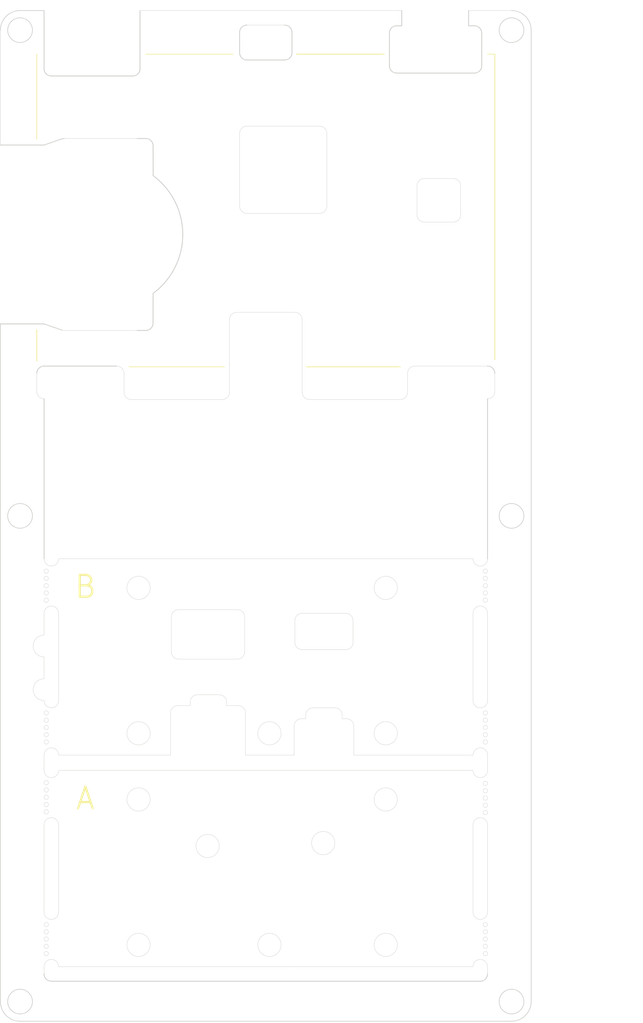
<source format=kicad_pcb>
(kicad_pcb
	(version 20241229)
	(generator "pcbnew")
	(generator_version "9.0")
	(general
		(thickness 1.6)
		(legacy_teardrops no)
	)
	(paper "A4")
	(layers
		(0 "F.Cu" signal)
		(2 "B.Cu" signal)
		(9 "F.Adhes" user "F.Adhesive")
		(11 "B.Adhes" user "B.Adhesive")
		(13 "F.Paste" user)
		(15 "B.Paste" user)
		(5 "F.SilkS" user "F.Silkscreen")
		(7 "B.SilkS" user "B.Silkscreen")
		(1 "F.Mask" user)
		(3 "B.Mask" user)
		(17 "Dwgs.User" user "User.Drawings")
		(19 "Cmts.User" user "User.Comments")
		(21 "Eco1.User" user "User.Eco1")
		(23 "Eco2.User" user "User.Eco2")
		(25 "Edge.Cuts" user)
		(27 "Margin" user)
		(31 "F.CrtYd" user "F.Courtyard")
		(29 "B.CrtYd" user "B.Courtyard")
		(35 "F.Fab" user)
		(33 "B.Fab" user)
		(39 "User.1" user)
		(41 "User.2" user)
		(43 "User.3" user)
		(45 "User.4" user)
	)
	(setup
		(pad_to_mask_clearance 0)
		(allow_soldermask_bridges_in_footprints no)
		(tenting front back)
		(pcbplotparams
			(layerselection 0x00000000_00000000_55555555_5755f5ff)
			(plot_on_all_layers_selection 0x00000000_00000000_00000000_00000000)
			(disableapertmacros no)
			(usegerberextensions no)
			(usegerberattributes yes)
			(usegerberadvancedattributes yes)
			(creategerberjobfile yes)
			(dashed_line_dash_ratio 12.000000)
			(dashed_line_gap_ratio 3.000000)
			(svgprecision 4)
			(plotframeref no)
			(mode 1)
			(useauxorigin no)
			(hpglpennumber 1)
			(hpglpenspeed 20)
			(hpglpendiameter 15.000000)
			(pdf_front_fp_property_popups yes)
			(pdf_back_fp_property_popups yes)
			(pdf_metadata yes)
			(pdf_single_document no)
			(dxfpolygonmode yes)
			(dxfimperialunits yes)
			(dxfusepcbnewfont yes)
			(psnegative no)
			(psa4output no)
			(plot_black_and_white yes)
			(sketchpadsonfab no)
			(plotpadnumbers no)
			(hidednponfab no)
			(sketchdnponfab yes)
			(crossoutdnponfab yes)
			(subtractmaskfromsilk no)
			(outputformat 1)
			(mirror no)
			(drillshape 1)
			(scaleselection 1)
			(outputdirectory "")
		)
	)
	(net 0 "")
	(gr_line
		(start 95 89)
		(end 82.1 89)
		(stroke
			(width 0.12)
			(type default)
		)
		(layer "F.SilkS")
		(uuid "1bc3abfd-021e-4067-8fac-0188a8ebf9af")
	)
	(gr_line
		(start 57.7 89)
		(end 70.8 89)
		(stroke
			(width 0.1)
			(type default)
		)
		(layer "F.SilkS")
		(uuid "416519e2-4020-4337-801b-efb0295b999e")
	)
	(gr_line
		(start 108 46)
		(end 108 88)
		(stroke
			(width 0.12)
			(type default)
		)
		(layer "F.SilkS")
		(uuid "549310a0-ff7e-46a2-a7ee-2c2aea5d7028")
	)
	(gr_line
		(start 45 46)
		(end 45 57.7)
		(stroke
			(width 0.1)
			(type default)
		)
		(layer "F.SilkS")
		(uuid "7d7221f7-fa46-4fd4-a710-11c82856c194")
	)
	(gr_line
		(start 45 88.2)
		(end 45 83.9)
		(stroke
			(width 0.12)
			(type default)
		)
		(layer "F.SilkS")
		(uuid "c7458ddd-0864-421e-a747-75f8c533dcf4")
	)
	(gr_line
		(start 80.7 46)
		(end 92.8 46)
		(stroke
			(width 0.12)
			(type default)
		)
		(layer "F.SilkS")
		(uuid "cfc4c67e-99c7-4800-892b-8c6ec6e698d0")
	)
	(gr_line
		(start 108 46)
		(end 107 46)
		(stroke
			(width 0.1)
			(type default)
		)
		(layer "F.SilkS")
		(uuid "de49624c-f575-4140-aa01-f4194fe8d629")
	)
	(gr_line
		(start 60 46)
		(end 72 46)
		(stroke
			(width 0.1)
			(type default)
		)
		(layer "F.SilkS")
		(uuid "f81ba50a-26b8-4d2d-8c7e-45949ef8e522")
	)
	(gr_line
		(start 48 152)
		(end 48 164)
		(stroke
			(width 0.05)
			(type default)
		)
		(layer "Edge.Cuts")
		(uuid "01a233bb-14bf-4230-a09f-36fe78aea5c6")
	)
	(gr_arc
		(start 42.7 179)
		(mid 40.790812 178.209188)
		(end 40 176.3)
		(stroke
			(width 0.1)
			(type default)
		)
		(layer "Edge.Cuts")
		(uuid "0576b707-f19f-4114-88a2-6c9408b56b76")
	)
	(gr_arc
		(start 84.9 66.9)
		(mid 84.607107 67.607107)
		(end 83.9 67.9)
		(stroke
			(width 0.05)
			(type default)
		)
		(layer "Edge.Cuts")
		(uuid "05a04562-578c-47d1-86c8-29df245a8d6d")
	)
	(gr_line
		(start 87.499993 127.899993)
		(end 81.500008 127.899992)
		(stroke
			(width 0.05)
			(type default)
		)
		(layer "Edge.Cuts")
		(uuid "067ad33a-3955-4907-82de-85d09c86be6b")
	)
	(gr_line
		(start 67.100001 134.100001)
		(end 70.099999 134.100001)
		(stroke
			(width 0.05)
			(type default)
		)
		(layer "Edge.Cuts")
		(uuid "0687660c-9545-4150-91ff-acf757fcd7a9")
	)
	(gr_circle
		(center 46.3 169.7)
		(end 46.3 169.4)
		(stroke
			(width 0.05)
			(type default)
		)
		(fill no)
		(layer "Edge.Cuts")
		(uuid "07a9e8c9-9030-4e99-8b32-21e895cf1745")
	)
	(gr_circle
		(center 106.7 136.6)
		(end 106.7 136.3)
		(stroke
			(width 0.05)
			(type default)
		)
		(fill no)
		(layer "Edge.Cuts")
		(uuid "07e0a915-6d05-4b62-b76e-2c57c05ae179")
	)
	(gr_circle
		(center 106.7 120.1)
		(end 106.7 119.8)
		(stroke
			(width 0.05)
			(type default)
		)
		(fill no)
		(layer "Edge.Cuts")
		(uuid "0c32decd-e1be-46bf-8cb3-c3e7d1213578")
	)
	(gr_arc
		(start 70.099999 134.100001)
		(mid 70.807106 134.392894)
		(end 71.099999 135.100001)
		(stroke
			(width 0.05)
			(type default)
		)
		(layer "Edge.Cuts")
		(uuid "0cca179d-fd3a-45c8-bff5-13432d0f861f")
	)
	(gr_arc
		(start 107 88.9)
		(mid 107.707107 89.192893)
		(end 108 89.9)
		(stroke
			(width 0.12)
			(type default)
		)
		(layer "Edge.Cuts")
		(uuid "0e66ed75-e522-4408-9658-db6554ba952d")
	)
	(gr_line
		(start 64.500008 122.400008)
		(end 72.6 122.400007)
		(stroke
			(width 0.05)
			(type default)
		)
		(layer "Edge.Cuts")
		(uuid "0e7c5b62-fba2-4b9f-af8a-fb63644c39e9")
	)
	(gr_arc
		(start 48 164)
		(mid 47 165)
		(end 46 164)
		(stroke
			(width 0.05)
			(type default)
		)
		(layer "Edge.Cuts")
		(uuid "0ea31fd1-4d36-4b12-be60-6fcdfbf734d7")
	)
	(gr_arc
		(start 71.5 92.5)
		(mid 71.207107 93.207107)
		(end 70.5 93.5)
		(stroke
			(width 0.05)
			(type default)
		)
		(layer "Edge.Cuts")
		(uuid "0fba9aa0-62fb-400e-875c-315c33976f56")
	)
	(gr_circle
		(center 77 168.5)
		(end 78.6 168.5)
		(stroke
			(width 0.05)
			(type default)
		)
		(fill no)
		(layer "Edge.Cuts")
		(uuid "12a706fe-7184-46fa-ba80-9a1578adfe5a")
	)
	(gr_line
		(start 40 42.7)
		(end 40 58.5)
		(stroke
			(width 0.05)
			(type default)
		)
		(layer "Edge.Cuts")
		(uuid "12f9da34-bfaa-42dd-a0be-e3c7904a8e2e")
	)
	(gr_arc
		(start 48.440555 57.655033)
		(mid 48.60184 57.613854)
		(end 48.767721 57.6)
		(stroke
			(width 0.12)
			(type default)
		)
		(layer "Edge.Cuts")
		(uuid "149b9c05-424f-418c-95b4-94fee8617c08")
	)
	(gr_line
		(start 58.8 57.598223)
		(end 60 57.601777)
		(stroke
			(width 0.12)
			(type default)
		)
		(layer "Edge.Cuts")
		(uuid "14cbc514-02b9-417f-a43e-f454434c51df")
	)
	(gr_line
		(start 78 40)
		(end 95.2 40)
		(stroke
			(width 0.05)
			(type default)
		)
		(layer "Edge.Cuts")
		(uuid "14eb463b-8db5-4cda-8b59-299107d8a775")
	)
	(gr_line
		(start 80 171.5)
		(end 105 171.5)
		(stroke
			(width 0.05)
			(type default)
		)
		(layer "Edge.Cuts")
		(uuid "16d8102d-7d87-4d9f-9fb8-dcb24af5015c")
	)
	(gr_arc
		(start 48 134.9)
		(mid 47 135.9)
		(end 46 134.9)
		(stroke
			(width 0.05)
			(type default)
		)
		(layer "Edge.Cuts")
		(uuid "17fa6984-fde6-4015-adf1-308a023e0e2e")
	)
	(gr_line
		(start 46 152)
		(end 46 164)
		(stroke
			(width 0.05)
			(type default)
		)
		(layer "Edge.Cuts")
		(uuid "193b263c-99f5-4afa-962d-bd35ac1080dc")
	)
	(gr_line
		(start 66.1 135.6)
		(end 64.400001 135.600001)
		(stroke
			(width 0.05)
			(type default)
		)
		(layer "Edge.Cuts")
		(uuid "1949c97f-49e9-458a-b263-8544d0cff26e")
	)
	(gr_arc
		(start 93.5 43.1)
		(mid 93.792893 42.392893)
		(end 94.5 42.1)
		(stroke
			(width 0.12)
			(type default)
		)
		(layer "Edge.Cuts")
		(uuid "19f16985-2a9b-4788-be59-8be5639fdf83")
	)
	(gr_circle
		(center 46.3 147.2)
		(end 46.3 146.9)
		(stroke
			(width 0.05)
			(type default)
		)
		(fill no)
		(layer "Edge.Cuts")
		(uuid "1adb46a6-51b7-4faa-af56-71c76064a664")
	)
	(gr_line
		(start 72.5 81.5)
		(end 80.5 81.5)
		(stroke
			(width 0.05)
			(type default)
		)
		(layer "Edge.Cuts")
		(uuid "1b265fad-c5d8-42ae-9ace-81b29257d080")
	)
	(gr_line
		(start 88.499992 123.900007)
		(end 88.499993 126.899993)
		(stroke
			(width 0.05)
			(type default)
		)
		(layer "Edge.Cuts")
		(uuid "21b5316b-7a35-4f47-bd95-6a6ff4ca8c49")
	)
	(gr_arc
		(start 80.1 45.8)
		(mid 79.807107 46.507107)
		(end 79.1 46.8)
		(stroke
			(width 0.12)
			(type default)
		)
		(layer "Edge.Cuts")
		(uuid "227b30ab-66bd-4cbd-ba62-f2dd092f9a14")
	)
	(gr_circle
		(center 46.3 140.6)
		(end 46.3 140.3)
		(stroke
			(width 0.05)
			(type default)
		)
		(fill no)
		(layer "Edge.Cuts")
		(uuid "22b7d436-11b0-40f9-96ed-1436be622af5")
	)
	(gr_line
		(start 58.80049 84)
		(end 59.9929 84)
		(stroke
			(width 0.12)
			(type default)
		)
		(layer "Edge.Cuts")
		(uuid "23f5a5c9-b1e2-466f-8512-b0bcd073ca6f")
	)
	(gr_arc
		(start 88.499993 126.899993)
		(mid 88.207102 127.607102)
		(end 87.499993 127.899993)
		(stroke
			(width 0.05)
			(type default)
		)
		(layer "Edge.Cuts")
		(uuid "25512dd4-2d78-4a55-ba9f-b321e15b1e6d")
	)
	(gr_line
		(start 48 142.4)
		(end 63.4 142.399999)
		(stroke
			(width 0.05)
			(type default)
		)
		(layer "Edge.Cuts")
		(uuid "26754b3f-8855-4962-8f20-2d6332c9ed13")
	)
	(gr_arc
		(start 82 136.9)
		(mid 82.292893 136.192893)
		(end 83 135.9)
		(stroke
			(width 0.05)
			(type default)
		)
		(layer "Edge.Cuts")
		(uuid "2974b1e1-75ac-4559-a920-c51f155f3a1f")
	)
	(gr_circle
		(center 93 139.4)
		(end 94.6 139.4)
		(stroke
			(width 0.05)
			(type default)
		)
		(fill no)
		(layer "Edge.Cuts")
		(uuid "298acc40-6d16-4696-bd2d-6310d4605e7f")
	)
	(gr_line
		(start 46 128.9)
		(end 46 131.9)
		(stroke
			(width 0.05)
			(type default)
		)
		(layer "Edge.Cuts")
		(uuid "2b2af99e-a3d0-47c5-9480-50add471ae1f")
	)
	(gr_arc
		(start 105 171.5)
		(mid 106 170.5)
		(end 107 171.5)
		(stroke
			(width 0.05)
			(type default)
		)
		(layer "Edge.Cuts")
		(uuid "2b61789c-1f30-454e-98a0-dc6a12da8b4b")
	)
	(gr_line
		(start 80.500008 123.900008)
		(end 80.500008 126.9)
		(stroke
			(width 0.05)
			(type default)
		)
		(layer "Edge.Cuts")
		(uuid "2ddeb849-cbc9-4b4d-b6d5-2a9cecc4c746")
	)
	(gr_arc
		(start 113 176.3)
		(mid 112.209188 178.209188)
		(end 110.3 179)
		(stroke
			(width 0.1)
			(type default)
		)
		(layer "Edge.Cuts")
		(uuid "2e9b216e-5004-4d87-b424-048c3c433a84")
	)
	(gr_circle
		(center 46.3 149.2)
		(end 46.3 148.9)
		(stroke
			(width 0.05)
			(type default)
		)
		(fill no)
		(layer "Edge.Cuts")
		(uuid "2ead3d2d-e35d-4a69-b65e-045fb55ad93f")
	)
	(gr_line
		(start 71.5 92.5)
		(end 71.5 82.5)
		(stroke
			(width 0.05)
			(type default)
		)
		(layer "Edge.Cuts")
		(uuid "2ff4ffab-e767-4fcf-99d7-d27afffc60e1")
	)
	(gr_arc
		(start 80.500008 123.900008)
		(mid 80.792899 123.192899)
		(end 81.500008 122.900008)
		(stroke
			(width 0.05)
			(type default)
		)
		(layer "Edge.Cuts")
		(uuid "31aedafc-31c3-4f26-92ae-139831a64b4a")
	)
	(gr_circle
		(center 46.3 117.1)
		(end 46.3 116.8)
		(stroke
			(width 0.05)
			(type default)
		)
		(fill no)
		(layer "Edge.Cuts")
		(uuid "321a2b1f-b94e-44f0-bcfe-935ad912279d")
	)
	(gr_arc
		(start 46.000001 93.399999)
		(mid 45.292894 93.107106)
		(end 45.000001 92.399999)
		(stroke
			(width 0.05)
			(type default)
		)
		(layer "Edge.Cuts")
		(uuid "3284b775-41d5-4030-97a9-bc0bedbfba67")
	)
	(gr_line
		(start 58.80049 84)
		(end 48.767721 84)
		(stroke
			(width 0.05)
			(type default)
		)
		(layer "Edge.Cuts")
		(uuid "33920185-0af3-41d1-8e8c-b4eb83f85371")
	)
	(gr_arc
		(start 98.3 69.1)
		(mid 97.592893 68.807107)
		(end 97.3 68.1)
		(stroke
			(width 0.05)
			(type default)
		)
		(layer "Edge.Cuts")
		(uuid "346b193e-a697-420b-ab2d-3454ace37c95")
	)
	(gr_circle
		(center 42.7 42.7)
		(end 42.7 44.4)
		(stroke
			(width 0.1)
			(type default)
		)
		(fill no)
		(layer "Edge.Cuts")
		(uuid "358d605b-cdd8-407b-b900-7fdbfb1adb69")
	)
	(gr_line
		(start 107 142.4)
		(end 107 144.5)
		(stroke
			(width 0.05)
			(type default)
		)
		(layer "Edge.Cuts")
		(uuid "36202fbe-2db2-4449-adbd-6728b1a2cc75")
	)
	(gr_arc
		(start 107.999999 92.399999)
		(mid 107.707106 93.107106)
		(end 106.999999 93.399999)
		(stroke
			(width 0.05)
			(type default)
		)
		(layer "Edge.Cuts")
		(uuid "381c9d77-2e6b-4095-b78a-d451a3496235")
	)
	(gr_line
		(start 105.2 42.1)
		(end 104.4 42.1)
		(stroke
			(width 0.12)
			(type default)
		)
		(layer "Edge.Cuts")
		(uuid "3879cf98-f55b-4d84-8f22-b3867afb49c3")
	)
	(gr_circle
		(center 59 139.4)
		(end 60.6 139.4)
		(stroke
			(width 0.05)
			(type default)
		)
		(fill no)
		(layer "Edge.Cuts")
		(uuid "38e07de5-657e-4f67-9f40-e44e7105cd0b")
	)
	(gr_line
		(start 88.6 142.4)
		(end 105 142.4)
		(stroke
			(width 0.05)
			(type default)
		)
		(layer "Edge.Cuts")
		(uuid "38ed92d4-4807-4bf6-846d-f2aea4e00977")
	)
	(gr_line
		(start 93.5 43.1)
		(end 93.5 47.6)
		(stroke
			(width 0.12)
			(type default)
		)
		(layer "Edge.Cuts")
		(uuid "3979c8c1-25d7-40c1-b527-55f448e5241f")
	)
	(gr_circle
		(center 106.7 150.3)
		(end 106.7 150)
		(stroke
			(width 0.05)
			(type default)
		)
		(fill no)
		(layer "Edge.Cuts")
		(uuid "39b7edc0-484b-4a28-a91f-2e327f93dfac")
	)
	(gr_circle
		(center 106.7 148.3)
		(end 106.7 148)
		(stroke
			(width 0.05)
			(type default)
		)
		(fill no)
		(layer "Edge.Cuts")
		(uuid "3c63e957-519b-447c-b75e-4542e8230b70")
	)
	(gr_line
		(start 105 164)
		(end 105 152)
		(stroke
			(width 0.05)
			(type default)
		)
		(layer "Edge.Cuts")
		(uuid "3cdf904a-9ee7-4816-ae3d-9d0e13970486")
	)
	(gr_arc
		(start 72.9 43)
		(mid 73.192893 42.292893)
		(end 73.9 42)
		(stroke
			(width 0.12)
			(type default)
		)
		(layer "Edge.Cuts")
		(uuid "3d500a83-4a77-4a96-beb7-b86760d12401")
	)
	(gr_arc
		(start 59.999993 57.601784)
		(mid 60.707102 57.894675)
		(end 60.999993 58.601784)
		(stroke
			(width 0.12)
			(type default)
		)
		(layer "Edge.Cuts")
		(uuid "3ded1c24-f39b-4162-9bb0-cc7a75b81619")
	)
	(gr_arc
		(start 87.6 137.4)
		(mid 88.307107 137.692893)
		(end 88.6 138.4)
		(stroke
			(width 0.05)
			(type default)
		)
		(layer "Edge.Cuts")
		(uuid "40510cd3-e00b-4f12-b031-8f6284ffd247")
	)
	(gr_arc
		(start 102.3 63.1)
		(mid 103.007107 63.392893)
		(end 103.3 64.1)
		(stroke
			(width 0.05)
			(type default)
		)
		(layer "Edge.Cuts")
		(uuid "4076f9b6-9845-48be-84c6-38503c0d1ee1")
	)
	(gr_line
		(start 46 122.9)
		(end 46 125.9)
		(stroke
			(width 0.05)
			(type default)
		)
		(layer "Edge.Cuts")
		(uuid "408d5275-68ec-44c7-913e-34bcf6e52142")
	)
	(gr_arc
		(start 66.100001 135.100001)
		(mid 66.392894 134.392894)
		(end 67.100001 134.100001)
		(stroke
			(width 0.05)
			(type default)
		)
		(layer "Edge.Cuts")
		(uuid "44da57c5-2933-420c-8021-4678c6ad2c1c")
	)
	(gr_circle
		(center 84.4 154.5)
		(end 86 154.5)
		(stroke
			(width 0.05)
			(type default)
		)
		(fill no)
		(layer "Edge.Cuts")
		(uuid "489d3b2b-b50c-44e0-bfa5-c73d11ba4941")
	)
	(gr_arc
		(start 61.007181 62.705324)
		(mid 65.080178 70.80447)
		(end 61 78.9)
		(stroke
			(width 0.12)
			(type solid)
		)
		(layer "Edge.Cuts")
		(uuid "49c91d59-af12-4698-8d72-29b153322721")
	)
	(gr_circle
		(center 46.3 119.1)
		(end 46.3 118.8)
		(stroke
			(width 0.05)
			(type default)
		)
		(fill no)
		(layer "Edge.Cuts")
		(uuid "4b01e0f5-8a2c-4968-8b65-86fedf0729a6")
	)
	(gr_circle
		(center 106.7 149.3)
		(end 106.7 149)
		(stroke
			(width 0.05)
			(type default)
		)
		(fill no)
		(layer "Edge.Cuts")
		(uuid "4d1c1f4c-8c2d-4200-832f-81b9b290b38b")
	)
	(gr_circle
		(center 77 139.4)
		(end 78.6 139.4)
		(stroke
			(width 0.05)
			(type default)
		)
		(fill no)
		(layer "Edge.Cuts")
		(uuid "4f02ac4d-52c1-4bb7-b966-7554a51e06f1")
	)
	(gr_circle
		(center 93 148.5)
		(end 94.6 148.5)
		(stroke
			(width 0.05)
			(type default)
		)
		(fill no)
		(layer "Edge.Cuts")
		(uuid "4fbe57eb-880e-4ad5-8b59-709b40aa4985")
	)
	(gr_arc
		(start 110.3 40)
		(mid 112.209188 40.790812)
		(end 113 42.7)
		(stroke
			(width 0.1)
			(type default)
		)
		(layer "Edge.Cuts")
		(uuid "501dad13-a8ec-47ef-ad6c-0bd379af3b2c")
	)
	(gr_line
		(start 80.4 138.4)
		(end 80.4 142.4)
		(stroke
			(width 0.05)
			(type default)
		)
		(layer "Edge.Cuts")
		(uuid "50d3894d-0077-4cba-9563-d37156cdd162")
	)
	(gr_line
		(start 61 78.9)
		(end 60.992892 83)
		(stroke
			(width 0.12)
			(type default)
		)
		(layer "Edge.Cuts")
		(uuid "51240c53-6c38-4b1e-9a12-9e06947b8c52")
	)
	(gr_line
		(start 40 58.5)
		(end 46 58.5)
		(stroke
			(width 0.12)
			(type default)
		)
		(layer "Edge.Cuts")
		(uuid "521c9eb9-8179-4e22-abe9-907ea09306a5")
	)
	(gr_circle
		(center 46.3 120.1)
		(end 46.3 119.8)
		(stroke
			(width 0.05)
			(type default)
		)
		(fill no)
		(layer "Edge.Cuts")
		(uuid "52a2580c-039e-492f-9539-a220d76fe217")
	)
	(gr_line
		(start 47 49)
		(end 58.2 49)
		(stroke
			(width 0.12)
			(type default)
		)
		(layer "Edge.Cuts")
		(uuid "539f26c7-13db-4dc0-9d56-d14887e93236")
	)
	(gr_circle
		(center 110.3 176.3)
		(end 110.3 178)
		(stroke
			(width 0.1)
			(type default)
		)
		(fill no)
		(layer "Edge.Cuts")
		(uuid "54464326-f00d-4be8-9695-fe528addea83")
	)
	(gr_line
		(start 105 144.5)
		(end 48 144.5)
		(stroke
			(width 0.05)
			(type default)
		)
		(layer "Edge.Cuts")
		(uuid "54678ace-e8e0-4123-9184-42e7f0ddc635")
	)
	(gr_line
		(start 73.600003 128.2)
		(end 73.599996 123.400007)
		(stroke
			(width 0.05)
			(type default)
		)
		(layer "Edge.Cuts")
		(uuid "57f43dec-e97a-4ed9-a65c-c78a1df23600")
	)
	(gr_circle
		(center 46.3 118.1)
		(end 46.3 117.8)
		(stroke
			(width 0.05)
			(type default)
		)
		(fill no)
		(layer "Edge.Cuts")
		(uuid "58532fac-8a20-4b95-a269-c4b86f9c0f0b")
	)
	(gr_circle
		(center 106.7 165.7)
		(end 106.7 165.4)
		(stroke
			(width 0.05)
			(type default)
		)
		(fill no)
		(layer "Edge.Cuts")
		(uuid "585cb6e5-487e-4916-ae58-3063c7c6bb9b")
	)
	(gr_circle
		(center 42.7 109.5)
		(end 42.7 111.2)
		(stroke
			(width 0.1)
			(type default)
		)
		(fill no)
		(layer "Edge.Cuts")
		(uuid "59a70c36-fa30-4521-9736-dcf56c11bcf3")
	)
	(gr_circle
		(center 46.3 148.2)
		(end 46.3 147.9)
		(stroke
			(width 0.05)
			(type default)
		)
		(fill no)
		(layer "Edge.Cuts")
		(uuid "5ada0106-7827-4199-bb51-74784266187b")
	)
	(gr_line
		(start 46 93.4)
		(end 46 115.4)
		(stroke
			(width 0.12)
			(type default)
		)
		(layer "Edge.Cuts")
		(uuid "5c45174e-9890-4412-8745-aef23657a819")
	)
	(gr_line
		(start 60.999575 58.601784)
		(end 61.007181 62.705324)
		(stroke
			(width 0.12)
			(type default)
		)
		(layer "Edge.Cuts")
		(uuid "5d4a16ed-bb7f-4994-92ed-7ca96b4c29ad")
	)
	(gr_circle
		(center 59 168.5)
		(end 60.6 168.5)
		(stroke
			(width 0.05)
			(type default)
		)
		(fill no)
		(layer "Edge.Cuts")
		(uuid "5db37a58-5fa7-4306-a25d-1e02f5b13ca5")
	)
	(gr_line
		(start 59.2 40)
		(end 78 40)
		(stroke
			(width 0.05)
			(type default)
		)
		(layer "Edge.Cuts")
		(uuid "5ede8468-5639-4625-b9b8-00b580ad044b")
	)
	(gr_arc
		(start 81.500008 127.899992)
		(mid 80.792899 127.607101)
		(end 80.500008 126.899992)
		(stroke
			(width 0.05)
			(type default)
		)
		(layer "Edge.Cuts")
		(uuid "5fc8ebc1-7d54-4e02-aa03-096f82ba406a")
	)
	(gr_line
		(start 66.100001 135.100001)
		(end 66.1 135.6)
		(stroke
			(width 0.05)
			(type default)
		)
		(layer "Edge.Cuts")
		(uuid "5fe5a5e2-f7eb-4ba5-9b5f-c8ba6540e006")
	)
	(gr_line
		(start 113 42.7)
		(end 113 176.3)
		(stroke
			(width 0.1)
			(type default)
		)
		(layer "Edge.Cuts")
		(uuid "60d216a1-e37e-4a2d-b933-1c531f7fe747")
	)
	(gr_circle
		(center 106.7 147.3)
		(end 106.7 147)
		(stroke
			(width 0.05)
			(type default)
		)
		(fill no)
		(layer "Edge.Cuts")
		(uuid "617c7e78-a7c9-4ffa-a851-4540d61298ac")
	)
	(gr_line
		(start 73.699999 136.600001)
		(end 73.7 142.4)
		(stroke
			(width 0.05)
			(type default)
		)
		(layer "Edge.Cuts")
		(uuid "64918dcb-7a86-4742-8b7f-dc9cbee9c1c5")
	)
	(gr_arc
		(start 59.2 48)
		(mid 58.907107 48.707107)
		(end 58.2 49)
		(stroke
			(width 0.12)
			(type default)
		)
		(layer "Edge.Cuts")
		(uuid "64ae5f14-7304-4ea5-86f7-b1d3ac31e45b")
	)
	(gr_arc
		(start 105 142.4)
		(mid 106 141.4)
		(end 107 142.4)
		(stroke
			(width 0.05)
			(type default)
		)
		(layer "Edge.Cuts")
		(uuid "662ec86a-5c69-458e-9906-f64a92af330f")
	)
	(gr_line
		(start 46 40)
		(end 46 48)
		(stroke
			(width 0.12)
			(type default)
		)
		(layer "Edge.Cuts")
		(uuid "68203c59-dfb7-4bb9-b7be-cae48bd8f645")
	)
	(gr_line
		(start 87 137.4)
		(end 87.6 137.4)
		(stroke
			(width 0.05)
			(type default)
		)
		(layer "Edge.Cuts")
		(uuid "6849768d-4534-42dc-95f2-18ca2e5d8253")
	)
	(gr_line
		(start 95.2 42.1)
		(end 94.5 42.1)
		(stroke
			(width 0.12)
			(type default)
		)
		(layer "Edge.Cuts")
		(uuid "6abc12be-4a54-4ab7-8c1e-feef8ac2c202")
	)
	(gr_line
		(start 80.1 45.8)
		(end 80.1 43)
		(stroke
			(width 0.12)
			(type default)
		)
		(layer "Edge.Cuts")
		(uuid "6d5ca2d0-9363-44b5-8b5e-1c322618de8c")
	)
	(gr_circle
		(center 110.3 42.7)
		(end 110.3 44.4)
		(stroke
			(width 0.1)
			(type default)
		)
		(fill no)
		(layer "Edge.Cuts")
		(uuid "6e193b85-5bff-4be9-9de0-0d142d428288")
	)
	(gr_line
		(start 73.9 55.9)
		(end 83.9 55.9)
		(stroke
			(width 0.05)
			(type default)
		)
		(layer "Edge.Cuts")
		(uuid "6eb393dc-3b15-4aec-8e76-e47c31a2f75d")
	)
	(gr_arc
		(start 72.599992 122.400007)
		(mid 73.307101 122.692898)
		(end 73.599992 123.400007)
		(stroke
			(width 0.05)
			(type default)
		)
		(layer "Edge.Cuts")
		(uuid "6ee16531-8f0f-4301-8216-a9cbecf1800f")
	)
	(gr_line
		(start 73.7 142.4)
		(end 80.4 142.4)
		(stroke
			(width 0.05)
			(type default)
		)
		(layer "Edge.Cuts")
		(uuid "6f2ac06d-3dff-48eb-88df-3a6f58fd40f3")
	)
	(gr_arc
		(start 107 172.5)
		(mid 106.707107 173.207107)
		(end 106 173.5)
		(stroke
			(width 0.12)
			(type default)
		)
		(layer "Edge.Cuts")
		(uuid "6f71b28a-f811-4532-b02d-60d37cf35bfe")
	)
	(gr_line
		(start 84.9 56.9)
		(end 84.9 66.9)
		(stroke
			(width 0.05)
			(type default)
		)
		(layer "Edge.Cuts")
		(uuid "71377a64-1442-4216-b185-22dcdf11f553")
	)
	(gr_arc
		(start 72.9 56.9)
		(mid 73.192893 56.192893)
		(end 73.9 55.9)
		(stroke
			(width 0.05)
			(type default)
		)
		(layer "Edge.Cuts")
		(uuid "729e2274-a7fe-44b5-9fa3-369dc04d9e3b")
	)
	(gr_arc
		(start 40 42.7)
		(mid 40.790812 40.790812)
		(end 42.7 40)
		(stroke
			(width 0.1)
			(type default)
		)
		(layer "Edge.Cuts")
		(uuid "7354bb00-6699-4bed-b4de-8bf084753b8a")
	)
	(gr_arc
		(start 56 88.9)
		(mid 56.707107 89.192893)
		(end 57 89.9)
		(stroke
			(width 0.05)
			(type default)
		)
		(layer "Edge.Cuts")
		(uuid "73771917-5ce9-416c-8677-db4228ce40cf")
	)
	(gr_arc
		(start 80.4 138.4)
		(mid 80.692893 137.692893)
		(end 81.4 137.4)
		(stroke
			(width 0.05)
			(type default)
		)
		(layer "Edge.Cuts")
		(uuid "73d16969-03f3-4537-845b-c820e7c5ec49")
	)
	(gr_circle
		(center 106.7 139.6)
		(end 106.7 139.3)
		(stroke
			(width 0.05)
			(type default)
		)
		(fill no)
		(layer "Edge.Cuts")
		(uuid "763f0c40-aa73-4f49-9e69-3ac454c59748")
	)
	(gr_line
		(start 97 88.9)
		(end 107 88.9)
		(stroke
			(width 0.05)
			(type default)
		)
		(layer "Edge.Cuts")
		(uuid "786c072e-a251-4c3d-96de-ed27723d27f5")
	)
	(gr_arc
		(start 46 142.4)
		(mid 47 141.4)
		(end 48 142.4)
		(stroke
			(width 0.05)
			(type default)
		)
		(layer "Edge.Cuts")
		(uuid "7986ca86-3725-46d8-87d0-655aa51ab57c")
	)
	(gr_arc
		(start 105 152)
		(mid 106 151)
		(end 107 152)
		(stroke
			(width 0.05)
			(type default)
		)
		(layer "Edge.Cuts")
		(uuid "7c92519b-6931-4af6-9de9-a35339843c7a")
	)
	(gr_circle
		(center 46.3 146.2)
		(end 46.3 145.9)
		(stroke
			(width 0.05)
			(type default)
		)
		(fill no)
		(layer "Edge.Cuts")
		(uuid "7ca6f135-99b0-4e74-ab9c-ab22b51042b0")
	)
	(gr_circle
		(center 106.7 118.1)
		(end 106.7 117.8)
		(stroke
			(width 0.05)
			(type default)
		)
		(fill no)
		(layer "Edge.Cuts")
		(uuid "7d59d17c-d0c3-4b1a-9674-d476c6f872bb")
	)
	(gr_line
		(start 108 89.9)
		(end 107.999999 92.399999)
		(stroke
			(width 0.05)
			(type default)
		)
		(layer "Edge.Cuts")
		(uuid "7ece1866-8dc2-413b-841f-e6b1855dbec7")
	)
	(gr_circle
		(center 46.3 165.7)
		(end 46.3 165.4)
		(stroke
			(width 0.05)
			(type default)
		)
		(fill no)
		(layer "Edge.Cuts")
		(uuid "7f265556-7a2f-4e34-8a65-0ce512779440")
	)
	(gr_line
		(start 46 83.1)
		(end 48.440555 83.944967)
		(stroke
			(width 0.12)
			(type default)
		)
		(layer "Edge.Cuts")
		(uuid "7fe86386-6c83-483b-9d59-1133a52bc068")
	)
	(gr_arc
		(start 103.3 68.1)
		(mid 103.007107 68.807107)
		(end 102.3 69.1)
		(stroke
			(width 0.05)
			(type default)
		)
		(layer "Edge.Cuts")
		(uuid "80b72c8c-804b-4259-8e21-383ce74f1e23")
	)
	(gr_line
		(start 71.099999 135.100001)
		(end 71.1 135.6)
		(stroke
			(width 0.05)
			(type default)
		)
		(layer "Edge.Cuts")
		(uuid "82dfddd0-fe21-4116-81c5-888b9d504c05")
	)
	(gr_arc
		(start 58 93.5)
		(mid 57.292893 93.207107)
		(end 57 92.5)
		(stroke
			(width 0.05)
			(type default)
		)
		(layer "Edge.Cuts")
		(uuid "8410b91f-4701-4699-908e-f443fcebc472")
	)
	(gr_arc
		(start 47 173.5)
		(mid 46.292893 173.207107)
		(end 46 172.5)
		(stroke
			(width 0.12)
			(type default)
		)
		(layer "Edge.Cuts")
		(uuid "845402d6-474b-4aaa-bca5-37214552e3ba")
	)
	(gr_line
		(start 46 88.9)
		(end 56 88.9)
		(stroke
			(width 0.12)
			(type default)
		)
		(layer "Edge.Cuts")
		(uuid "86ba408b-f3f8-4254-ae8b-f0e824e72276")
	)
	(gr_line
		(start 83 135.9)
		(end 86 135.9)
		(stroke
			(width 0.05)
			(type default)
		)
		(layer "Edge.Cuts")
		(uuid "87f54875-c55b-4612-8798-468a309c0234")
	)
	(gr_arc
		(start 80.5 81.5)
		(mid 81.207107 81.792893)
		(end 81.5 82.5)
		(stroke
			(width 0.05)
			(type default)
		)
		(layer "Edge.Cuts")
		(uuid "8819ee3c-65ac-43c8-9ef0-7a87f9d6446f")
	)
	(gr_arc
		(start 96 92.5)
		(mid 95.707107 93.207107)
		(end 95 93.5)
		(stroke
			(width 0.05)
			(type default)
		)
		(layer "Edge.Cuts")
		(uuid "8af6c903-9589-473c-9a75-783ecc8b49e6")
	)
	(gr_circle
		(center 46.3 166.7)
		(end 46.3 166.4)
		(stroke
			(width 0.05)
			(type default)
		)
		(fill no)
		(layer "Edge.Cuts")
		(uuid "8c23b2eb-a3e4-49ff-8b00-89fd98b212a5")
	)
	(gr_arc
		(start 106.2 47.6)
		(mid 105.907107 48.307107)
		(end 105.2 48.6)
		(stroke
			(width 0.12)
			(type default)
		)
		(layer "Edge.Cuts")
		(uuid "8c6f5c52-a70f-460c-b913-1fbef388db12")
	)
	(gr_arc
		(start 94.5 48.6)
		(mid 93.792893 48.307107)
		(end 93.5 47.6)
		(stroke
			(width 0.12)
			(type default)
		)
		(layer "Edge.Cuts")
		(uuid "8ceb9c4b-0dc8-4e0c-93c5-5da2e94ffdf2")
	)
	(gr_arc
		(start 46 128.9)
		(mid 44.5 127.4)
		(end 46 125.9)
		(stroke
			(width 0.05)
			(type default)
		)
		(layer "Edge.Cuts")
		(uuid "8d3862d4-0cce-451e-a9c8-87ee19fb9fbf")
	)
	(gr_arc
		(start 46 122.9)
		(mid 47 121.9)
		(end 48 122.9)
		(stroke
			(width 0.05)
			(type default)
		)
		(layer "Edge.Cuts")
		(uuid "8f4c5ad1-faec-4374-984f-fa656e226abd")
	)
	(gr_line
		(start 46 171.5)
		(end 46 172.5)
		(stroke
			(width 0.05)
			(type default)
		)
		(layer "Edge.Cuts")
		(uuid "8f7fb711-5695-4b5c-b40c-732986fffc28")
	)
	(gr_circle
		(center 110.3 109.5)
		(end 110.3 111.2)
		(stroke
			(width 0.1)
			(type default)
		)
		(fill no)
		(layer "Edge.Cuts")
		(uuid "8fef483c-5ffe-4186-b1dd-b18fb57f288a")
	)
	(gr_line
		(start 105 115.4)
		(end 48 115.4)
		(stroke
			(width 0.05)
			(type default)
		)
		(layer "Edge.Cuts")
		(uuid "92eb787d-b7cd-485a-9eec-c9895c6af0ab")
	)
	(gr_arc
		(start 82.5 93.5)
		(mid 81.792893 93.207107)
		(end 81.5 92.5)
		(stroke
			(width 0.05)
			(type default)
		)
		(layer "Edge.Cuts")
		(uuid "936b1e1a-122c-4e6f-ba42-ba1f95de5e8b")
	)
	(gr_circle
		(center 106.7 137.6)
		(end 106.7 137.3)
		(stroke
			(width 0.05)
			(type default)
		)
		(fill no)
		(layer "Edge.Cuts")
		(uuid "941f1fc0-9a8c-48fc-ad65-92100e7a3a53")
	)
	(gr_arc
		(start 63.500008 123.400008)
		(mid 63.792899 122.692899)
		(end 64.500008 122.400008)
		(stroke
			(width 0.05)
			(type default)
		)
		(layer "Edge.Cuts")
		(uuid "95102d3b-3e30-4c9a-838a-61d15cb4de02")
	)
	(gr_line
		(start 81.5 82.5)
		(end 81.5 92.5)
		(stroke
			(width 0.05)
			(type default)
		)
		(layer "Edge.Cuts")
		(uuid "95fc25df-9761-4939-9dc6-1d388b3e30b8")
	)
	(gr_arc
		(start 45 89.9)
		(mid 45.292893 89.192893)
		(end 46 88.9)
		(stroke
			(width 0.12)
			(type default)
		)
		(layer "Edge.Cuts")
		(uuid "9c188544-3073-458c-9b83-1a08f7379092")
	)
	(gr_arc
		(start 64.500001 129.2)
		(mid 63.792894 128.907107)
		(end 63.500001 128.2)
		(stroke
			(width 0.05)
			(type default)
		)
		(layer "Edge.Cuts")
		(uuid "9dd1df91-f081-4d3a-8c10-aedb3f4243cc")
	)
	(gr_arc
		(start 73.9 67.9)
		(mid 73.192893 67.607107)
		(end 72.9 66.9)
		(stroke
			(width 0.05)
			(type default)
		)
		(layer "Edge.Cuts")
		(uuid "9f1afc00-a62d-4b71-90ba-15db63e47906")
	)
	(gr_line
		(start 104.4 40)
		(end 110.3 40)
		(stroke
			(width 0.05)
			(type default)
		)
		(layer "Edge.Cuts")
		(uuid "9ff160f1-d665-43a2-8ba1-36b105f77b09")
	)
	(gr_circle
		(center 46.3 136.6)
		(end 46.3 136.3)
		(stroke
			(width 0.05)
			(type default)
		)
		(fill no)
		(layer "Edge.Cuts")
		(uuid "a16d769c-1c73-45aa-b734-73aa4f887628")
	)
	(gr_line
		(start 107 152)
		(end 107 164)
		(stroke
			(width 0.05)
			(type default)
		)
		(layer "Edge.Cuts")
		(uuid "a36431fc-7902-4aa3-b527-4f38f9c95cf0")
	)
	(gr_line
		(start 48 122.9)
		(end 48 134.9)
		(stroke
			(width 0.05)
			(type default)
		)
		(layer "Edge.Cuts")
		(uuid "a5b2b412-69a7-49c2-aeeb-bbd2bba48df4")
	)
	(gr_line
		(start 48 171.5)
		(end 74 171.5)
		(stroke
			(width 0.05)
			(type default)
		)
		(layer "Edge.Cuts")
		(uuid "a75516e7-7ac9-4afa-aa3d-25886f1c9e45")
	)
	(gr_circle
		(center 68.5 154.9)
		(end 70.1 154.9)
		(stroke
			(width 0.05)
			(type default)
		)
		(fill no)
		(layer "Edge.Cuts")
		(uuid "a77f4c68-234e-4dfc-bccb-4e795cee07fb")
	)
	(gr_circle
		(center 106.7 140.6)
		(end 106.7 140.3)
		(stroke
			(width 0.05)
			(type default)
		)
		(fill no)
		(layer "Edge.Cuts")
		(uuid "a8081468-8181-446a-a0d9-bb69c2863a53")
	)
	(gr_circle
		(center 93 168.5)
		(end 94.6 168.5)
		(stroke
			(width 0.05)
			(type default)
		)
		(fill no)
		(layer "Edge.Cuts")
		(uuid "a88386b5-e432-46e3-bfac-63b3e9a3c576")
	)
	(gr_circle
		(center 46.3 137.6)
		(end 46.3 137.3)
		(stroke
			(width 0.05)
			(type default)
		)
		(fill no)
		(layer "Edge.Cuts")
		(uuid "a915eefd-b933-4830-b3ce-485542049a1d")
	)
	(gr_circle
		(center 46.3 150.2)
		(end 46.3 149.9)
		(stroke
			(width 0.05)
			(type default)
		)
		(fill no)
		(layer "Edge.Cuts")
		(uuid "a9b8c249-d1a6-45c4-9efe-7372988d51a3")
	)
	(gr_line
		(start 97.3 68.1)
		(end 97.3 64.1)
		(stroke
			(width 0.05)
			(type default)
		)
		(layer "Edge.Cuts")
		(uuid "a9f9e8fc-1ba0-400a-bf76-aa02898cf2f1")
	)
	(gr_circle
		(center 106.7 117.1)
		(end 106.7 116.8)
		(stroke
			(width 0.05)
			(type default)
		)
		(fill no)
		(layer "Edge.Cuts")
		(uuid "aa25fc56-191f-48ee-8fa1-2a1f1e06aa82")
	)
	(gr_circle
		(center 46.3 139.6)
		(end 46.3 139.3)
		(stroke
			(width 0.05)
			(type default)
		)
		(fill no)
		(layer "Edge.Cuts")
		(uuid "ac6ffacd-df1e-4382-b849-d2e9e3d158d5")
	)
	(gr_line
		(start 102.3 69.1)
		(end 98.3 69.1)
		(stroke
			(width 0.05)
			(type default)
		)
		(layer "Edge.Cuts")
		(uuid "ad6bf1d5-aee5-43e3-b13a-497e631176d9")
	)
	(gr_circle
		(center 46.3 138.6)
		(end 46.3 138.3)
		(stroke
			(width 0.05)
			(type default)
		)
		(fill no)
		(layer "Edge.Cuts")
		(uuid "ad6d5374-e90b-4e88-bf10-8cb9c8bd14f8")
	)
	(gr_line
		(start 82.5 93.5)
		(end 95 93.5)
		(stroke
			(width 0.05)
			(type default)
		)
		(layer "Edge.Cuts")
		(uuid "ae6d415a-8a49-4899-a835-55e9ba150de2")
	)
	(gr_line
		(start 106.2 47.6)
		(end 106.2 43.1)
		(stroke
			(width 0.12)
			(type default)
		)
		(layer "Edge.Cuts")
		(uuid "af13ffd6-6e3d-4dd7-ba37-dd095608ce81")
	)
	(gr_line
		(start 58 93.5)
		(end 70.5 93.5)
		(stroke
			(width 0.05)
			(type default)
		)
		(layer "Edge.Cuts")
		(uuid "b00e2042-ae0a-4436-a2c0-8cf760c4100a")
	)
	(gr_arc
		(start 87.499993 122.900007)
		(mid 88.207102 123.192898)
		(end 88.499993 123.900007)
		(stroke
			(width 0.05)
			(type default)
		)
		(layer "Edge.Cuts")
		(uuid "b0f4fa61-962d-437f-8eb2-b5ab6ef54bd9")
	)
	(gr_line
		(start 46 58.5)
		(end 48.440555 57.655033)
		(stroke
			(width 0.12)
			(type default)
		)
		(layer "Edge.Cuts")
		(uuid "b2fc301a-b137-434e-b98b-fffdff8ed9e7")
	)
	(gr_circle
		(center 106.7 121.1)
		(end 106.7 120.8)
		(stroke
			(width 0.05)
			(type default)
		)
		(fill no)
		(layer "Edge.Cuts")
		(uuid "b4253d1b-dfc2-43b8-99c0-f608f48b3c0e")
	)
	(gr_arc
		(start 48 115.4)
		(mid 47 116.4)
		(end 46 115.4)
		(stroke
			(width 0.05)
			(type default)
		)
		(layer "Edge.Cuts")
		(uuid "b4d33924-a690-4179-bb7b-b01aeca2a4f1")
	)
	(gr_arc
		(start 63.400001 136.600001)
		(mid 63.692894 135.892894)
		(end 64.400001 135.600001)
		(stroke
			(width 0.05)
			(type default)
		)
		(layer "Edge.Cuts")
		(uuid "b79989d5-7ce1-4b27-bbf7-842e49f3683d")
	)
	(gr_circle
		(center 106.7 138.6)
		(end 106.7 138.3)
		(stroke
			(width 0.05)
			(type default)
		)
		(fill no)
		(layer "Edge.Cuts")
		(uuid "b7b04811-ca19-42ee-be3c-d9b0c4fa815c")
	)
	(gr_circle
		(center 106.7 166.7)
		(end 106.7 166.4)
		(stroke
			(width 0.05)
			(type default)
		)
		(fill no)
		(layer "Edge.Cuts")
		(uuid "b89989b8-b0d7-4dd3-9f06-be5840c85e79")
	)
	(gr_arc
		(start 79.1 42)
		(mid 79.807107 42.292893)
		(end 80.1 43)
		(stroke
			(width 0.12)
			(type default)
		)
		(layer "Edge.Cuts")
		(uuid "b8b21052-4be6-4f69-bd07-d7f7e006b7b9")
	)
	(gr_line
		(start 71.1 135.6)
		(end 72.699999 135.600001)
		(stroke
			(width 0.05)
			(type default)
		)
		(layer "Edge.Cuts")
		(uuid "ba2ca87e-1fb8-43e9-a04d-b777daa40c5b")
	)
	(gr_circle
		(center 93 119.4)
		(end 94.6 119.4)
		(stroke
			(width 0.05)
			(type default)
		)
		(fill no)
		(layer "Edge.Cuts")
		(uuid "baf905c4-0856-44f9-8478-33cb23fed8a3")
	)
	(gr_arc
		(start 83.9 55.9)
		(mid 84.607107 56.192893)
		(end 84.9 56.9)
		(stroke
			(width 0.05)
			(type default)
		)
		(layer "Edge.Cuts")
		(uuid "bc5aab05-5d35-476e-840d-701dedef09d6")
	)
	(gr_arc
		(start 107 144.5)
		(mid 106 145.5)
		(end 105 144.5)
		(stroke
			(width 0.05)
			(type default)
		)
		(layer "Edge.Cuts")
		(uuid "c1ec2dbf-6852-4c24-b4a3-393769a5dba2")
	)
	(gr_line
		(start 81.4 137.4)
		(end 82 137.4)
		(stroke
			(width 0.05)
			(type default)
		)
		(layer "Edge.Cuts")
		(uuid "c27011c3-4620-4d31-b828-15a66fe31629")
	)
	(gr_arc
		(start 97.3 64.1)
		(mid 97.592893 63.392893)
		(end 98.3 63.1)
		(stroke
			(width 0.05)
			(type default)
		)
		(layer "Edge.Cuts")
		(uuid "c2ff451b-9700-47e6-8a92-9b4a7b9162a9")
	)
	(gr_arc
		(start 71.5 82.5)
		(mid 71.792893 81.792893)
		(end 72.5 81.5)
		(stroke
			(width 0.05)
			(type default)
		)
		(layer "Edge.Cuts")
		(uuid "c3658c8c-0fcf-4c25-b466-d072c7580382")
	)
	(gr_line
		(start 103.3 64.1)
		(end 103.3 68.1)
		(stroke
			(width 0.05)
			(type default)
		)
		(layer "Edge.Cuts")
		(uuid "c46401a2-25ba-4d93-9a35-18079d8f958e")
	)
	(gr_arc
		(start 48.767721 84)
		(mid 48.60184 83.986146)
		(end 48.440555 83.944967)
		(stroke
			(width 0.05)
			(type default)
		)
		(layer "Edge.Cuts")
		(uuid "c5138d3a-14ff-47bd-8f49-d687495a5662")
	)
	(gr_line
		(start 73.9 46.8)
		(end 79.1 46.8)
		(stroke
			(width 0.12)
			(type default)
		)
		(layer "Edge.Cuts")
		(uuid "c7d33e70-6d39-40ba-afdb-fbe9fd4a61d1")
	)
	(gr_line
		(start 63.400001 136.6)
		(end 63.4 142.399999)
		(stroke
			(width 0.05)
			(type default)
		)
		(layer "Edge.Cuts")
		(uuid "c85dabcf-1317-4a31-9a7c-aa443b6a6cb3")
	)
	(gr_circle
		(center 106.7 119.1)
		(end 106.7 118.8)
		(stroke
			(width 0.05)
			(type default)
		)
		(fill no)
		(layer "Edge.Cuts")
		(uuid "c8ddbe22-8e78-4acd-8369-238e7640b661")
	)
	(gr_line
		(start 98.3 63.1)
		(end 102.3 63.1)
		(stroke
			(width 0.05)
			(type default)
		)
		(layer "Edge.Cuts")
		(uuid "c8eaca55-bc5e-446c-bad7-b303701322cc")
	)
	(gr_line
		(start 82 136.9)
		(end 82 137.4)
		(stroke
			(width 0.05)
			(type default)
		)
		(layer "Edge.Cuts")
		(uuid "c9c769dc-8b9e-40a9-af6f-1534930329b4")
	)
	(gr_arc
		(start 48 144.5)
		(mid 47 145.5)
		(end 46 144.5)
		(stroke
			(width 0.05)
			(type default)
		)
		(layer "Edge.Cuts")
		(uuid "c9f64d65-875b-40f4-9157-646410b6760a")
	)
	(gr_line
		(start 42.7 40)
		(end 46 40)
		(stroke
			(width 0.1)
			(type default)
		)
		(layer "Edge.Cuts")
		(uuid "cb916a5e-e271-42c6-b88f-59d0b307f214")
	)
	(gr_circle
		(center 106.7 146.3)
		(end 106.7 146)
		(stroke
			(width 0.05)
			(type default)
		)
		(fill no)
		(layer "Edge.Cuts")
		(uuid "cc8f047d-389e-49c3-acd5-8f2cbc7c2bfe")
	)
	(gr_line
		(start 94.5 48.6)
		(end 105.2 48.6)
		(stroke
			(width 0.12)
			(type default)
		)
		(layer "Edge.Cuts")
		(uuid "cfb03197-13f0-4431-90f8-57dbb4f7e266")
	)
	(gr_arc
		(start 47 49)
		(mid 46.292893 48.707107)
		(end 46 48)
		(stroke
			(width 0.12)
			(type default)
		)
		(layer "Edge.Cuts")
		(uuid "d1e11a1c-4926-47e1-affd-d0a64aef6f0f")
	)
	(gr_line
		(start 59.2 48)
		(end 59.2 40)
		(stroke
			(width 0.12)
			(type default)
		)
		(layer "Edge.Cuts")
		(uuid "d33a855e-088b-4c71-ac7f-75bc55fc70d4")
	)
	(gr_line
		(start 96 92.5)
		(end 96 89.9)
		(stroke
			(width 0.05)
			(type default)
		)
		(layer "Edge.Cuts")
		(uuid "d4498b14-93df-4b19-aa09-85b059dea336")
	)
	(gr_circle
		(center 59 148.5)
		(end 60.6 148.5)
		(stroke
			(width 0.05)
			(type default)
		)
		(fill no)
		(layer "Edge.Cuts")
		(uuid "d88f3b4f-d214-4e5e-82ab-21cc5e38b343")
	)
	(gr_line
		(start 57 89.9)
		(end 57 92.5)
		(stroke
			(width 0.05)
			(type default)
		)
		(layer "Edge.Cuts")
		(uuid "d8e70f01-64ca-42ea-a5e8-5510e6cac1d5")
	)
	(gr_arc
		(start 86 135.9)
		(mid 86.707107 136.192893)
		(end 87 136.9)
		(stroke
			(width 0.05)
			(type default)
		)
		(layer "Edge.Cuts")
		(uuid "d9396052-f01c-47bb-9add-8dfa2dcd1431")
	)
	(gr_arc
		(start 107 115.4)
		(mid 106 116.4)
		(end 105 115.4)
		(stroke
			(width 0.05)
			(type default)
		)
		(layer "Edge.Cuts")
		(uuid "da786f71-5e0c-4264-9ef5-ca2479908198")
	)
	(gr_line
		(start 105 134.9)
		(end 105 122.9)
		(stroke
			(width 0.05)
			(type default)
		)
		(layer "Edge.Cuts")
		(uuid "dc59bf85-3ce7-40cb-bce5-cc48dfa87740")
	)
	(gr_line
		(start 107 122.9)
		(end 107 134.9)
		(stroke
			(width 0.05)
			(type default)
		)
		(layer "Edge.Cuts")
		(uuid "dca7a0c9-2b81-407f-b694-77b94bd4ab9f")
	)
	(gr_circle
		(center 46.3 121.1)
		(end 46.3 120.8)
		(stroke
			(width 0.05)
			(type default)
		)
		(fill no)
		(layer "Edge.Cuts")
		(uuid "dcecb87d-4742-48f9-aa80-62e58ec3eb5c")
	)
	(gr_line
		(start 81.500008 122.900009)
		(end 87.499993 122.900008)
		(stroke
			(width 0.05)
			(type default)
		)
		(layer "Edge.Cuts")
		(uuid "dd0bf189-2c82-49a7-b708-35ff620ff3dd")
	)
	(gr_circle
		(center 106.7 169.7)
		(end 106.7 169.4)
		(stroke
			(width 0.05)
			(type default)
		)
		(fill no)
		(layer "Edge.Cuts")
		(uuid "de25480c-a74f-4bb8-b837-24774a52e594")
	)
	(gr_line
		(start 87 136.9)
		(end 87 137.4)
		(stroke
			(width 0.05)
			(type default)
		)
		(layer "Edge.Cuts")
		(uuid "de3ad4e1-edb8-4b13-a27e-1a4867a5acad")
	)
	(gr_line
		(start 40 176.3)
		(end 40 83.1)
		(stroke
			(width 0.1)
			(type default)
		)
		(layer "Edge.Cuts")
		(uuid "e05377eb-0966-4c14-9d7f-e62d9fd91030")
	)
	(gr_line
		(start 104.4 42.1)
		(end 104.4 40)
		(stroke
			(width 0.12)
			(type default)
		)
		(layer "Edge.Cuts")
		(uuid "e0872e2f-23b6-4399-b12b-a3f86694c121")
	)
	(gr_circle
		(center 106.7 167.7)
		(end 106.7 167.4)
		(stroke
			(width 0.05)
			(type default)
		)
		(fill no)
		(layer "Edge.Cuts")
		(uuid "e0e4c4a2-e429-40a7-a8d8-d06cb1eea774")
	)
	(gr_arc
		(start 107 164)
		(mid 106 165)
		(end 105 164)
		(stroke
			(width 0.05)
			(type default)
		)
		(layer "Edge.Cuts")
		(uuid "e1967909-d3b1-4c2c-8336-9882633f26ce")
	)
	(gr_circle
		(center 59 119.4)
		(end 60.6 119.4)
		(stroke
			(width 0.05)
			(type default)
		)
		(fill no)
		(layer "Edge.Cuts")
		(uuid "e315fe2f-36e8-40c9-8f3b-adb7839b6d8b")
	)
	(gr_arc
		(start 73.599999 128.2)
		(mid 73.307106 128.907106)
		(end 72.599999 129.2)
		(stroke
			(width 0.05)
			(type default)
		)
		(layer "Edge.Cuts")
		(uuid "e36666a1-15ec-442a-8040-b945c9af1fa2")
	)
	(gr_line
		(start 72.9 43)
		(end 72.9 45.8)
		(stroke
			(width 0.12)
			(type default)
		)
		(layer "Edge.Cuts")
		(uuid "e38a42e7-478a-485c-8fc0-e42659b4f428")
	)
	(gr_line
		(start 46 83.1)
		(end 40 83.1)
		(stroke
			(width 0.12)
			(type default)
		)
		(layer "Edge.Cuts")
		(uuid "e3a70964-2f14-48c8-8c5b-3dc4f51e42c9")
	)
	(gr_line
		(start 95.2 40)
		(end 95.2 42.1)
		(stroke
			(width 0.12)
			(type default)
		)
		(layer "Edge.Cuts")
		(uuid "e6731c94-9561-4a48-9b6b-1280255b9353")
	)
	(gr_line
		(start 58.80049 57.6)
		(end 48.767721 57.6)
		(stroke
			(width 0.05)
			(type default)
		)
		(layer "Edge.Cuts")
		(uuid "e87908ab-4472-4299-8382-c1e4168cd1b4")
	)
	(gr_arc
		(start 73.9 46.8)
		(mid 73.192893 46.507107)
		(end 72.9 45.8)
		(stroke
			(width 0.12)
			(type default)
		)
		(layer "Edge.Cuts")
		(uuid "e9672c35-221d-4b98-8c63-c68d152651c4")
	)
	(gr_arc
		(start 105 122.9)
		(mid 106 121.9)
		(end 107 122.9)
		(stroke
			(width 0.05)
			(type default)
		)
		(layer "Edge.Cuts")
		(uuid "e991f0e8-a7ca-4bb3-8817-cd003a706d75")
	)
	(gr_arc
		(start 46 134.9)
		(mid 44.5 133.4)
		(end 46 131.9)
		(stroke
			(width 0.05)
			(type default)
		)
		(layer "Edge.Cuts")
		(uuid "ea84ad6b-52a0-47f6-9768-9d913b7cd15a")
	)
	(gr_arc
		(start 72.699999 135.600001)
		(mid 73.407106 135.892894)
		(end 73.699999 136.600001)
		(stroke
			(width 0.05)
			(type default)
		)
		(layer "Edge.Cuts")
		(uuid "ead0fe88-304f-4151-bc93-840afcac4a25")
	)
	(gr_line
		(start 72.9 66.9)
		(end 72.9 56.9)
		(stroke
			(width 0.05)
			(type default)
		)
		(layer "Edge.Cuts")
		(uuid "eae10603-ee89-4069-b2f6-2d1a88b6f44c")
	)
	(gr_line
		(start 107 172.5)
		(end 107 171.5)
		(stroke
			(width 0.05)
			(type default)
		)
		(layer "Edge.Cuts")
		(uuid "eb843174-5f50-46c7-834f-feddbb87bd6c")
	)
	(gr_line
		(start 110.3 179)
		(end 42.7 179)
		(stroke
			(width 0.1)
			(type default)
		)
		(layer "Edge.Cuts")
		(uuid "eb9131ed-dd43-43ac-a527-dc4d188192b0")
	)
	(gr_arc
		(start 105.2 42.1)
		(mid 105.907107 42.392893)
		(end 106.2 43.1)
		(stroke
			(width 0.12)
			(type default)
		)
		(layer "Edge.Cuts")
		(uuid "eddb46a2-3db4-42de-9ea0-713d8b56d8b8")
	)
	(gr_line
		(start 45 89.9)
		(end 45.000002 92.399999)
		(stroke
			(width 0.05)
			(type default)
		)
		(layer "Edge.Cuts")
		(uuid "edec1302-0a01-4620-bec1-4bfb16b24a1d")
	)
	(gr_arc
		(start 46 171.5)
		(mid 47 170.5)
		(end 48 171.5)
		(stroke
			(width 0.05)
			(type default)
		)
		(layer "Edge.Cuts")
		(uuid "eea67107-25f4-4231-abc7-78cda5c5e99f")
	)
	(gr_line
		(start 46 142.4)
		(end 46 144.5)
		(stroke
			(width 0.05)
			(type default)
		)
		(layer "Edge.Cuts")
		(uuid "f052db03-2c35-4554-b410-ba9c98d39265")
	)
	(gr_arc
		(start 96 89.9)
		(mid 96.292893 89.192893)
		(end 97 88.9)
		(stroke
			(width 0.05)
			(type default)
		)
		(layer "Edge.Cuts")
		(uuid "f0e0e199-196c-49cf-ba23-9ad98cbbf8c6")
	)
	(gr_line
		(start 83.9 67.9)
		(end 73.9 67.9)
		(stroke
			(width 0.05)
			(type default)
		)
		(layer "Edge.Cuts")
		(uuid "f180b3cc-5210-4930-9fab-02b9ce6fa606")
	)
	(gr_line
		(start 47 173.5)
		(end 106 173.5)
		(stroke
			(width 0.12)
			(type default)
		)
		(layer "Edge.Cuts")
		(uuid "f246eeec-de0e-4a91-8073-886895c070a0")
	)
	(gr_circle
		(center 106.7 168.7)
		(end 106.7 168.4)
		(stroke
			(width 0.05)
			(type default)
		)
		(fill no)
		(layer "Edge.Cuts")
		(uuid "f2cfa531-2747-4ee2-a7bc-67959606e2f4")
	)
	(gr_line
		(start 107 115.4)
		(end 106.999999 93.399998)
		(stroke
			(width 0.12)
			(type default)
		)
		(layer "Edge.Cuts")
		(uuid "f3a775c1-ec13-4036-a9d0-d02dc1621a77")
	)
	(gr_circle
		(center 46.3 167.7)
		(end 46.3 167.4)
		(stroke
			(width 0.05)
			(type default)
		)
		(fill no)
		(layer "Edge.Cuts")
		(uuid "f3c1eda9-4912-44b6-a8a5-9e635f672aea")
	)
	(gr_line
		(start 64.5 129.2)
		(end 72.6 129.2)
		(stroke
			(width 0.05)
			(type default)
		)
		(layer "Edge.Cuts")
		(uuid "f4eb25e9-9c3e-4eb9-9236-1cb1301ce752")
	)
	(gr_arc
		(start 107 134.9)
		(mid 106 135.9)
		(end 105 134.9)
		(stroke
			(width 0.05)
			(type default)
		)
		(layer "Edge.Cuts")
		(uuid "f55ffcec-db54-412b-b4a3-4282f5c72109")
	)
	(gr_line
		(start 63.500004 123.400004)
		(end 63.499996 128.199996)
		(stroke
			(width 0.05)
			(type default)
		)
		(layer "Edge.Cuts")
		(uuid "f57b2f48-6465-46c8-8069-e937c45bfd09")
	)
	(gr_line
		(start 88.6 138.4)
		(end 88.6 142.4)
		(stroke
			(width 0.05)
			(type default)
		)
		(layer "Edge.Cuts")
		(uuid "f91a095e-df3b-407c-9310-f0c1117ce165")
	)
	(gr_arc
		(start 60.992893 83)
		(mid 60.700002 83.707109)
		(end 59.992893 84)
		(stroke
			(width 0.12)
			(type default)
		)
		(layer "Edge.Cuts")
		(uuid "fbb92fa4-71ae-47a2-9215-609680f85713")
	)
	(gr_circle
		(center 42.7 176.3)
		(end 42.7 178)
		(stroke
			(width 0.1)
			(type default)
		)
		(fill no)
		(layer "Edge.Cuts")
		(uuid "fc622673-aa81-4b24-88dc-1a86fd17a23b")
	)
	(gr_circle
		(center 46.3 168.7)
		(end 46.3 168.4)
		(stroke
			(width 0.05)
			(type default)
		)
		(fill no)
		(layer "Edge.Cuts")
		(uuid "fca39ea7-565f-4081-9368-39236b5030c9")
	)
	(gr_arc
		(start 46 152)
		(mid 47 151)
		(end 48 152)
		(stroke
			(width 0.05)
			(type default)
		)
		(layer "Edge.Cuts")
		(uuid "fccad1c3-9838-4d84-92e1-8a67b99950c2")
	)
	(gr_line
		(start 79.1 42)
		(end 73.9 42)
		(stroke
			(width 0.05)
			(type default)
		)
		(layer "Edge.Cuts")
		(uuid "fd4ebb3f-c1a9-4e33-9ac7-59f666bac8d5")
	)
	(gr_line
		(start 74 171.5)
		(end 80 171.5)
		(stroke
			(width 0.05)
			(type default)
		)
		(layer "Edge.Cuts")
		(uuid "ff7f788c-0362-4575-a3ef-5d7e0e6f5642")
	)
	(gr_text "A"
		(at 50.2 150.1 0)
		(layer "F.SilkS")
		(uuid "0c0b1fbe-dd7c-4364-89a6-2b25ab1d9dd7")
		(effects
			(font
				(size 3 3)
				(thickness 0.3)
			)
			(justify left bottom)
		)
	)
	(gr_text "B"
		(at 50 121 0)
		(layer "F.SilkS")
		(uuid "78b946c2-3d23-4116-b839-f981763dcc98")
		(effects
			(font
				(size 3 3)
				(thickness 0.3)
			)
			(justify left bottom)
		)
	)
	(gr_text "PCB3D_BR_SPACER2"
		(at 113 179 0)
		(layer "Cmts.User")
		(uuid "11dd63a0-d417-468c-a052-f9973b6ebb15")
		(effects
			(font
				(size 1 1)
				(thickness 0.15)
			)
			(justify left bottom)
		)
	)
	(gr_text "PCB3D_TL_SPACER2"
		(at 40 40 0)
		(layer "Cmts.User")
		(uuid "a2f3bb92-ef2b-4dce-94ad-c6925bc57e6d")
		(effects
			(font
				(size 1 1)
				(thickness 0.15)
			)
			(justify left bottom)
		)
	)
	(embedded_fonts no)
)

</source>
